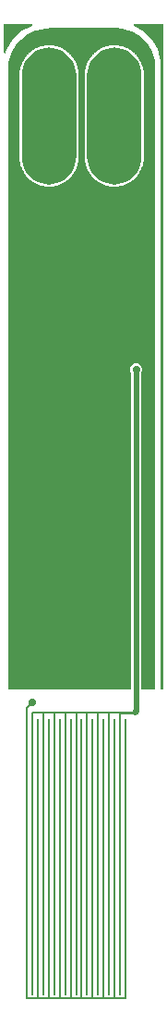
<source format=gbr>
G04 EAGLE Gerber RS-274X export*
G75*
%MOMM*%
%FSLAX34Y34*%
%LPD*%
%INBottom Copper*%
%IPPOS*%
%AMOC8*
5,1,8,0,0,1.08239X$1,22.5*%
G01*
%ADD10C,0.203200*%
%ADD11C,0.711200*%
%ADD12C,0.254000*%
%ADD13C,0.508000*%

G36*
X114684Y287255D02*
X114684Y287255D01*
X114709Y287252D01*
X114804Y287275D01*
X114901Y287290D01*
X114922Y287302D01*
X114946Y287308D01*
X115030Y287359D01*
X115116Y287405D01*
X115133Y287423D01*
X115154Y287436D01*
X115216Y287512D01*
X115283Y287584D01*
X115293Y287606D01*
X115309Y287625D01*
X115343Y287716D01*
X115384Y287806D01*
X115386Y287830D01*
X115395Y287853D01*
X115409Y288000D01*
X115409Y576351D01*
X115393Y576448D01*
X115384Y576544D01*
X115374Y576567D01*
X115370Y576592D01*
X115324Y576678D01*
X115283Y576767D01*
X115262Y576792D01*
X115255Y576807D01*
X115253Y576808D01*
X114393Y578885D01*
X114393Y581115D01*
X115247Y583176D01*
X116824Y584753D01*
X118885Y585607D01*
X121115Y585607D01*
X123176Y584753D01*
X124753Y583176D01*
X125607Y581115D01*
X125607Y578885D01*
X124734Y576779D01*
X124691Y576726D01*
X124683Y576703D01*
X124668Y576683D01*
X124640Y576589D01*
X124605Y576498D01*
X124602Y576465D01*
X124597Y576449D01*
X124598Y576424D01*
X124591Y576351D01*
X124591Y288000D01*
X124595Y287976D01*
X124592Y287951D01*
X124614Y287856D01*
X124630Y287759D01*
X124642Y287738D01*
X124648Y287714D01*
X124699Y287630D01*
X124745Y287544D01*
X124763Y287527D01*
X124776Y287506D01*
X124852Y287444D01*
X124923Y287377D01*
X124946Y287367D01*
X124965Y287352D01*
X125056Y287317D01*
X125146Y287276D01*
X125170Y287274D01*
X125193Y287265D01*
X125340Y287251D01*
X136710Y287251D01*
X136734Y287255D01*
X136759Y287252D01*
X136854Y287275D01*
X136951Y287290D01*
X136972Y287302D01*
X136996Y287308D01*
X137080Y287359D01*
X137166Y287405D01*
X137183Y287423D01*
X137204Y287436D01*
X137266Y287512D01*
X137333Y287584D01*
X137343Y287606D01*
X137359Y287625D01*
X137393Y287716D01*
X137434Y287806D01*
X137436Y287830D01*
X137445Y287853D01*
X137459Y288000D01*
X137459Y858000D01*
X137457Y858016D01*
X137458Y858049D01*
X137165Y862514D01*
X137165Y862516D01*
X137141Y862659D01*
X134830Y871286D01*
X134820Y871308D01*
X134816Y871332D01*
X134755Y871466D01*
X130290Y879200D01*
X130274Y879219D01*
X130264Y879241D01*
X130170Y879356D01*
X123856Y885670D01*
X123836Y885685D01*
X123820Y885703D01*
X123700Y885790D01*
X115966Y890255D01*
X115943Y890263D01*
X115924Y890278D01*
X115786Y890330D01*
X107159Y892641D01*
X107158Y892641D01*
X107014Y892665D01*
X102549Y892958D01*
X102533Y892956D01*
X102500Y892959D01*
X43775Y892959D01*
X43695Y892946D01*
X43615Y892942D01*
X43576Y892926D01*
X43534Y892920D01*
X43515Y892910D01*
X42459Y892958D01*
X42447Y892957D01*
X42424Y892959D01*
X42167Y892959D01*
X42162Y892958D01*
X42153Y892959D01*
X37445Y892868D01*
X37444Y892868D01*
X37300Y892851D01*
X27768Y890763D01*
X27745Y890754D01*
X27721Y890751D01*
X27584Y890696D01*
X18918Y886212D01*
X18898Y886198D01*
X18876Y886189D01*
X18757Y886100D01*
X11547Y879526D01*
X11532Y879507D01*
X11512Y879493D01*
X11421Y879377D01*
X6157Y871160D01*
X6148Y871138D01*
X6133Y871119D01*
X6074Y870983D01*
X3117Y861684D01*
X3117Y861683D01*
X3086Y861541D01*
X2545Y856713D01*
X2547Y856689D01*
X2541Y856629D01*
X2541Y288000D01*
X2545Y287976D01*
X2542Y287951D01*
X2564Y287856D01*
X2580Y287759D01*
X2592Y287738D01*
X2598Y287714D01*
X2649Y287630D01*
X2695Y287544D01*
X2713Y287527D01*
X2726Y287506D01*
X2802Y287444D01*
X2873Y287377D01*
X2896Y287367D01*
X2915Y287352D01*
X3006Y287317D01*
X3096Y287276D01*
X3120Y287274D01*
X3143Y287265D01*
X3290Y287251D01*
X114660Y287251D01*
X114684Y287255D01*
G37*
%LPC*%
G36*
X40054Y747740D02*
X40054Y747740D01*
X40029Y747738D01*
X39947Y747740D01*
X39292Y747693D01*
X39291Y747694D01*
X39220Y747727D01*
X39153Y747768D01*
X39110Y747777D01*
X39070Y747796D01*
X38924Y747821D01*
X37225Y747942D01*
X37181Y747938D01*
X37137Y747944D01*
X37060Y747927D01*
X36982Y747920D01*
X36942Y747902D01*
X36898Y747893D01*
X36849Y747867D01*
X36202Y748008D01*
X36178Y748009D01*
X36096Y748023D01*
X35441Y748070D01*
X35441Y748071D01*
X35375Y748113D01*
X35315Y748163D01*
X35273Y748179D01*
X35236Y748203D01*
X35096Y748249D01*
X33431Y748611D01*
X33387Y748613D01*
X33344Y748624D01*
X33266Y748619D01*
X33188Y748623D01*
X33145Y748611D01*
X33101Y748608D01*
X33048Y748590D01*
X32428Y748821D01*
X32404Y748826D01*
X32325Y748851D01*
X31684Y748991D01*
X31683Y748991D01*
X31624Y749043D01*
X31572Y749101D01*
X31533Y749123D01*
X31499Y749152D01*
X31367Y749217D01*
X29771Y749812D01*
X29728Y749821D01*
X29687Y749838D01*
X29608Y749844D01*
X29532Y749859D01*
X29488Y749853D01*
X29443Y749856D01*
X29389Y749846D01*
X28807Y750163D01*
X28784Y750171D01*
X28710Y750208D01*
X28095Y750437D01*
X28095Y750438D01*
X28044Y750497D01*
X28000Y750562D01*
X27965Y750589D01*
X27936Y750623D01*
X27814Y750706D01*
X26319Y751522D01*
X26277Y751537D01*
X26239Y751560D01*
X26163Y751577D01*
X26089Y751603D01*
X26044Y751603D01*
X26001Y751613D01*
X25945Y751610D01*
X25415Y752007D01*
X25394Y752018D01*
X25325Y752065D01*
X24749Y752379D01*
X24749Y752380D01*
X24707Y752446D01*
X24673Y752516D01*
X24642Y752548D01*
X24618Y752586D01*
X24509Y752685D01*
X23146Y753706D01*
X23106Y753727D01*
X23072Y753755D01*
X22999Y753782D01*
X22929Y753819D01*
X22885Y753825D01*
X22844Y753841D01*
X22788Y753846D01*
X22320Y754315D01*
X22300Y754329D01*
X22239Y754385D01*
X21714Y754778D01*
X21714Y754779D01*
X21681Y754850D01*
X21658Y754925D01*
X21631Y754960D01*
X21613Y755001D01*
X21519Y755115D01*
X20315Y756319D01*
X20279Y756345D01*
X20249Y756378D01*
X20181Y756416D01*
X20117Y756462D01*
X20074Y756475D01*
X20035Y756496D01*
X19981Y756509D01*
X19585Y757039D01*
X19567Y757056D01*
X19515Y757120D01*
X19050Y757584D01*
X19050Y757585D01*
X19029Y757660D01*
X19016Y757737D01*
X18995Y757776D01*
X18983Y757819D01*
X18906Y757946D01*
X17885Y759309D01*
X17853Y759340D01*
X17828Y759376D01*
X17766Y759424D01*
X17709Y759478D01*
X17669Y759497D01*
X17634Y759523D01*
X17582Y759544D01*
X17265Y760125D01*
X17250Y760145D01*
X17207Y760215D01*
X16813Y760741D01*
X16814Y760741D01*
X16803Y760819D01*
X16803Y760822D01*
X16803Y760825D01*
X16803Y760827D01*
X16801Y760897D01*
X16786Y760939D01*
X16780Y760983D01*
X16750Y761053D01*
X16748Y761063D01*
X16742Y761073D01*
X16722Y761119D01*
X15906Y762614D01*
X15879Y762649D01*
X15859Y762689D01*
X15804Y762745D01*
X15756Y762806D01*
X15718Y762831D01*
X15687Y762862D01*
X15639Y762890D01*
X15408Y763510D01*
X15396Y763531D01*
X15363Y763607D01*
X15049Y764184D01*
X15049Y764263D01*
X15059Y764340D01*
X15050Y764384D01*
X15050Y764428D01*
X15012Y764571D01*
X14417Y766167D01*
X14395Y766205D01*
X14381Y766248D01*
X14334Y766311D01*
X14296Y766379D01*
X14262Y766408D01*
X14236Y766444D01*
X14192Y766478D01*
X14051Y767125D01*
X14042Y767148D01*
X14021Y767228D01*
X13792Y767843D01*
X13804Y767921D01*
X13824Y767996D01*
X13821Y768041D01*
X13828Y768085D01*
X13811Y768231D01*
X13449Y769896D01*
X13432Y769937D01*
X13425Y769981D01*
X13388Y770050D01*
X13359Y770122D01*
X13330Y770156D01*
X13309Y770195D01*
X13270Y770236D01*
X13223Y770896D01*
X13218Y770920D01*
X13208Y771002D01*
X13068Y771643D01*
X13069Y771644D01*
X13091Y771719D01*
X13122Y771791D01*
X13126Y771835D01*
X13138Y771878D01*
X13142Y772025D01*
X13029Y773612D01*
X13012Y773681D01*
X13006Y773752D01*
X12984Y773799D01*
X12972Y773849D01*
X12949Y773886D01*
X12949Y774700D01*
X12946Y774718D01*
X12947Y774754D01*
X12890Y775555D01*
X12894Y775562D01*
X12910Y775631D01*
X12935Y775697D01*
X12942Y775775D01*
X12948Y775800D01*
X12946Y775815D01*
X12949Y775844D01*
X12949Y849156D01*
X12938Y849226D01*
X12936Y849297D01*
X12918Y849345D01*
X12910Y849396D01*
X12889Y849434D01*
X12947Y850246D01*
X12946Y850264D01*
X12949Y850300D01*
X12949Y851104D01*
X12954Y851110D01*
X12974Y851178D01*
X13004Y851242D01*
X13017Y851319D01*
X13024Y851343D01*
X13024Y851359D01*
X13029Y851388D01*
X13142Y852975D01*
X13138Y853019D01*
X13144Y853063D01*
X13127Y853140D01*
X13120Y853218D01*
X13102Y853258D01*
X13093Y853302D01*
X13067Y853351D01*
X13208Y853998D01*
X13209Y854022D01*
X13223Y854104D01*
X13270Y854759D01*
X13271Y854759D01*
X13313Y854825D01*
X13363Y854885D01*
X13379Y854927D01*
X13403Y854964D01*
X13449Y855104D01*
X13811Y856769D01*
X13813Y856813D01*
X13824Y856856D01*
X13819Y856934D01*
X13823Y857012D01*
X13811Y857055D01*
X13808Y857099D01*
X13790Y857152D01*
X14021Y857772D01*
X14026Y857796D01*
X14051Y857875D01*
X14191Y858516D01*
X14191Y858517D01*
X14243Y858576D01*
X14301Y858628D01*
X14323Y858667D01*
X14352Y858701D01*
X14417Y858833D01*
X15012Y860429D01*
X15021Y860472D01*
X15038Y860513D01*
X15044Y860592D01*
X15059Y860668D01*
X15053Y860712D01*
X15056Y860757D01*
X15046Y860811D01*
X15363Y861393D01*
X15371Y861416D01*
X15408Y861490D01*
X15637Y862105D01*
X15638Y862105D01*
X15697Y862156D01*
X15762Y862200D01*
X15789Y862235D01*
X15823Y862264D01*
X15906Y862386D01*
X16722Y863881D01*
X16737Y863923D01*
X16760Y863961D01*
X16777Y864037D01*
X16803Y864111D01*
X16803Y864156D01*
X16813Y864199D01*
X16810Y864255D01*
X17207Y864785D01*
X17218Y864806D01*
X17265Y864875D01*
X17579Y865451D01*
X17580Y865451D01*
X17646Y865493D01*
X17716Y865527D01*
X17748Y865558D01*
X17786Y865582D01*
X17885Y865691D01*
X18906Y867054D01*
X18927Y867094D01*
X18955Y867128D01*
X18982Y867201D01*
X19019Y867271D01*
X19025Y867315D01*
X19041Y867356D01*
X19046Y867412D01*
X19515Y867880D01*
X19529Y867900D01*
X19585Y867961D01*
X19978Y868486D01*
X19979Y868486D01*
X20050Y868519D01*
X20125Y868542D01*
X20160Y868569D01*
X20201Y868587D01*
X20315Y868681D01*
X21519Y869885D01*
X21545Y869921D01*
X21578Y869951D01*
X21616Y870019D01*
X21662Y870083D01*
X21675Y870126D01*
X21696Y870165D01*
X21709Y870219D01*
X22239Y870615D01*
X22256Y870633D01*
X22320Y870685D01*
X22784Y871150D01*
X22785Y871150D01*
X22860Y871171D01*
X22937Y871184D01*
X22976Y871205D01*
X23019Y871217D01*
X23146Y871294D01*
X24509Y872315D01*
X24540Y872347D01*
X24576Y872372D01*
X24624Y872434D01*
X24678Y872491D01*
X24697Y872531D01*
X24723Y872566D01*
X24744Y872618D01*
X25325Y872935D01*
X25345Y872950D01*
X25415Y872993D01*
X25941Y873387D01*
X25941Y873386D01*
X26019Y873397D01*
X26097Y873399D01*
X26139Y873414D01*
X26183Y873420D01*
X26319Y873478D01*
X27814Y874294D01*
X27849Y874321D01*
X27889Y874341D01*
X27945Y874396D01*
X28006Y874444D01*
X28031Y874482D01*
X28062Y874513D01*
X28090Y874561D01*
X28710Y874792D01*
X28731Y874804D01*
X28807Y874837D01*
X29384Y875151D01*
X29463Y875151D01*
X29540Y875141D01*
X29584Y875150D01*
X29628Y875150D01*
X29771Y875188D01*
X31367Y875783D01*
X31405Y875805D01*
X31448Y875819D01*
X31511Y875866D01*
X31579Y875904D01*
X31608Y875938D01*
X31644Y875964D01*
X31678Y876008D01*
X32325Y876149D01*
X32348Y876158D01*
X32428Y876179D01*
X33043Y876408D01*
X33121Y876396D01*
X33196Y876376D01*
X33241Y876379D01*
X33285Y876372D01*
X33431Y876389D01*
X35096Y876751D01*
X35137Y876768D01*
X35181Y876775D01*
X35250Y876812D01*
X35322Y876841D01*
X35356Y876870D01*
X35395Y876891D01*
X35436Y876930D01*
X36096Y876977D01*
X36120Y876982D01*
X36202Y876992D01*
X36843Y877132D01*
X36844Y877131D01*
X36919Y877109D01*
X36991Y877078D01*
X37035Y877074D01*
X37078Y877062D01*
X37225Y877058D01*
X38924Y877179D01*
X38967Y877189D01*
X39012Y877191D01*
X39085Y877218D01*
X39161Y877236D01*
X39199Y877260D01*
X39241Y877275D01*
X39286Y877307D01*
X39947Y877260D01*
X39971Y877262D01*
X40053Y877260D01*
X40708Y877307D01*
X40709Y877306D01*
X40780Y877273D01*
X40847Y877232D01*
X40890Y877223D01*
X40930Y877204D01*
X41076Y877179D01*
X42775Y877058D01*
X42819Y877062D01*
X42863Y877056D01*
X42940Y877073D01*
X43018Y877080D01*
X43058Y877098D01*
X43102Y877107D01*
X43151Y877133D01*
X43798Y876992D01*
X43822Y876991D01*
X43904Y876977D01*
X44559Y876930D01*
X44559Y876929D01*
X44625Y876887D01*
X44685Y876837D01*
X44727Y876821D01*
X44764Y876797D01*
X44904Y876751D01*
X46569Y876389D01*
X46613Y876387D01*
X46656Y876376D01*
X46734Y876381D01*
X46812Y876377D01*
X46855Y876389D01*
X46899Y876392D01*
X46952Y876410D01*
X47572Y876179D01*
X47596Y876174D01*
X47675Y876149D01*
X48317Y876009D01*
X48376Y875957D01*
X48428Y875899D01*
X48467Y875877D01*
X48501Y875848D01*
X48633Y875783D01*
X50229Y875188D01*
X50272Y875179D01*
X50313Y875162D01*
X50392Y875156D01*
X50468Y875141D01*
X50512Y875147D01*
X50557Y875144D01*
X50611Y875154D01*
X51193Y874837D01*
X51216Y874829D01*
X51290Y874792D01*
X51905Y874563D01*
X51905Y874562D01*
X51956Y874503D01*
X52000Y874438D01*
X52035Y874411D01*
X52064Y874377D01*
X52186Y874294D01*
X53681Y873478D01*
X53723Y873463D01*
X53761Y873440D01*
X53837Y873423D01*
X53911Y873397D01*
X53956Y873397D01*
X53999Y873387D01*
X54055Y873390D01*
X54585Y872993D01*
X54606Y872982D01*
X54675Y872935D01*
X55251Y872621D01*
X55251Y872620D01*
X55293Y872554D01*
X55327Y872484D01*
X55358Y872452D01*
X55382Y872414D01*
X55491Y872315D01*
X56854Y871294D01*
X56894Y871273D01*
X56928Y871245D01*
X57001Y871218D01*
X57071Y871181D01*
X57115Y871175D01*
X57156Y871159D01*
X57212Y871154D01*
X57680Y870685D01*
X57700Y870671D01*
X57761Y870615D01*
X58286Y870222D01*
X58286Y870221D01*
X58319Y870150D01*
X58342Y870075D01*
X58369Y870040D01*
X58387Y869999D01*
X58481Y869885D01*
X59685Y868681D01*
X59721Y868655D01*
X59751Y868622D01*
X59819Y868584D01*
X59883Y868538D01*
X59926Y868526D01*
X59965Y868504D01*
X60019Y868491D01*
X60415Y867961D01*
X60433Y867944D01*
X60485Y867880D01*
X60950Y867416D01*
X60950Y867415D01*
X60971Y867340D01*
X60984Y867263D01*
X61005Y867224D01*
X61017Y867181D01*
X61094Y867054D01*
X62115Y865691D01*
X62147Y865660D01*
X62172Y865624D01*
X62234Y865576D01*
X62291Y865522D01*
X62331Y865503D01*
X62366Y865477D01*
X62418Y865456D01*
X62735Y864875D01*
X62750Y864855D01*
X62793Y864785D01*
X63187Y864259D01*
X63186Y864259D01*
X63197Y864181D01*
X63199Y864103D01*
X63214Y864061D01*
X63220Y864017D01*
X63278Y863881D01*
X64094Y862386D01*
X64121Y862351D01*
X64141Y862311D01*
X64196Y862255D01*
X64244Y862194D01*
X64282Y862169D01*
X64313Y862138D01*
X64361Y862110D01*
X64592Y861490D01*
X64604Y861469D01*
X64637Y861393D01*
X64951Y860816D01*
X64951Y860737D01*
X64941Y860660D01*
X64950Y860616D01*
X64950Y860572D01*
X64988Y860429D01*
X65583Y858833D01*
X65605Y858795D01*
X65619Y858752D01*
X65665Y858690D01*
X65704Y858621D01*
X65738Y858592D01*
X65764Y858556D01*
X65808Y858522D01*
X65949Y857875D01*
X65958Y857852D01*
X65979Y857772D01*
X66208Y857157D01*
X66196Y857079D01*
X66176Y857004D01*
X66179Y856959D01*
X66172Y856915D01*
X66189Y856769D01*
X66551Y855104D01*
X66568Y855063D01*
X66575Y855019D01*
X66612Y854950D01*
X66641Y854878D01*
X66670Y854844D01*
X66691Y854805D01*
X66730Y854764D01*
X66777Y854104D01*
X66782Y854080D01*
X66792Y853998D01*
X66932Y853357D01*
X66931Y853356D01*
X66909Y853281D01*
X66878Y853209D01*
X66874Y853165D01*
X66862Y853122D01*
X66858Y852975D01*
X66971Y851388D01*
X66988Y851319D01*
X66994Y851248D01*
X67016Y851201D01*
X67028Y851151D01*
X67051Y851114D01*
X67051Y850300D01*
X67054Y850282D01*
X67053Y850246D01*
X67110Y849445D01*
X67106Y849438D01*
X67090Y849369D01*
X67065Y849303D01*
X67058Y849225D01*
X67052Y849200D01*
X67054Y849185D01*
X67051Y849156D01*
X67051Y775844D01*
X67062Y775774D01*
X67064Y775703D01*
X67082Y775655D01*
X67090Y775604D01*
X67111Y775566D01*
X67053Y774754D01*
X67054Y774736D01*
X67051Y774700D01*
X67051Y773896D01*
X67046Y773890D01*
X67026Y773822D01*
X66996Y773758D01*
X66983Y773681D01*
X66976Y773657D01*
X66976Y773641D01*
X66971Y773612D01*
X66858Y772025D01*
X66862Y771981D01*
X66856Y771937D01*
X66873Y771860D01*
X66880Y771782D01*
X66898Y771742D01*
X66907Y771698D01*
X66933Y771649D01*
X66792Y771002D01*
X66791Y770978D01*
X66777Y770896D01*
X66730Y770241D01*
X66687Y770175D01*
X66637Y770115D01*
X66621Y770073D01*
X66597Y770036D01*
X66551Y769896D01*
X66189Y768231D01*
X66187Y768187D01*
X66176Y768144D01*
X66181Y768066D01*
X66177Y767988D01*
X66189Y767945D01*
X66192Y767901D01*
X66210Y767848D01*
X65979Y767228D01*
X65974Y767204D01*
X65949Y767125D01*
X65809Y766483D01*
X65757Y766424D01*
X65699Y766372D01*
X65677Y766333D01*
X65648Y766299D01*
X65583Y766167D01*
X64988Y764571D01*
X64979Y764528D01*
X64962Y764487D01*
X64956Y764408D01*
X64941Y764332D01*
X64947Y764288D01*
X64944Y764243D01*
X64954Y764189D01*
X64637Y763607D01*
X64629Y763584D01*
X64592Y763510D01*
X64363Y762895D01*
X64362Y762895D01*
X64303Y762844D01*
X64238Y762800D01*
X64211Y762765D01*
X64177Y762736D01*
X64094Y762614D01*
X63278Y761119D01*
X63263Y761077D01*
X63240Y761039D01*
X63229Y760989D01*
X63221Y760971D01*
X63219Y760950D01*
X63197Y760889D01*
X63197Y760844D01*
X63187Y760801D01*
X63190Y760745D01*
X62793Y760215D01*
X62782Y760194D01*
X62735Y760125D01*
X62421Y759549D01*
X62420Y759549D01*
X62354Y759507D01*
X62284Y759473D01*
X62252Y759442D01*
X62214Y759418D01*
X62115Y759309D01*
X61094Y757946D01*
X61073Y757906D01*
X61045Y757872D01*
X61018Y757798D01*
X60981Y757729D01*
X60975Y757685D01*
X60959Y757644D01*
X60954Y757588D01*
X60485Y757120D01*
X60471Y757100D01*
X60415Y757039D01*
X60022Y756514D01*
X60021Y756514D01*
X59950Y756481D01*
X59875Y756458D01*
X59840Y756431D01*
X59799Y756413D01*
X59685Y756319D01*
X58481Y755115D01*
X58455Y755079D01*
X58422Y755049D01*
X58384Y754981D01*
X58338Y754917D01*
X58326Y754874D01*
X58304Y754835D01*
X58291Y754781D01*
X57761Y754385D01*
X57744Y754367D01*
X57680Y754315D01*
X57216Y753850D01*
X57215Y753850D01*
X57140Y753829D01*
X57063Y753816D01*
X57024Y753795D01*
X56981Y753783D01*
X56854Y753706D01*
X55491Y752685D01*
X55460Y752653D01*
X55424Y752628D01*
X55376Y752566D01*
X55322Y752509D01*
X55303Y752469D01*
X55277Y752434D01*
X55256Y752382D01*
X54675Y752065D01*
X54655Y752050D01*
X54585Y752007D01*
X54059Y751613D01*
X54059Y751614D01*
X53981Y751603D01*
X53903Y751601D01*
X53861Y751586D01*
X53817Y751580D01*
X53681Y751522D01*
X52186Y750706D01*
X52151Y750679D01*
X52111Y750659D01*
X52055Y750604D01*
X51994Y750556D01*
X51969Y750518D01*
X51938Y750487D01*
X51910Y750439D01*
X51290Y750208D01*
X51269Y750196D01*
X51193Y750163D01*
X50616Y749849D01*
X50537Y749849D01*
X50460Y749859D01*
X50416Y749850D01*
X50372Y749850D01*
X50229Y749812D01*
X48633Y749217D01*
X48595Y749195D01*
X48552Y749181D01*
X48490Y749135D01*
X48421Y749096D01*
X48392Y749062D01*
X48356Y749036D01*
X48322Y748992D01*
X47675Y748851D01*
X47652Y748842D01*
X47572Y748821D01*
X46957Y748592D01*
X46879Y748604D01*
X46804Y748624D01*
X46759Y748621D01*
X46715Y748628D01*
X46569Y748611D01*
X44904Y748249D01*
X44863Y748232D01*
X44819Y748225D01*
X44750Y748188D01*
X44678Y748159D01*
X44644Y748130D01*
X44605Y748109D01*
X44564Y748070D01*
X43904Y748023D01*
X43880Y748018D01*
X43798Y748008D01*
X43157Y747868D01*
X43156Y747869D01*
X43081Y747891D01*
X43009Y747922D01*
X42965Y747926D01*
X42922Y747938D01*
X42775Y747942D01*
X41076Y747821D01*
X41033Y747811D01*
X40988Y747809D01*
X40915Y747782D01*
X40839Y747764D01*
X40801Y747740D01*
X40759Y747725D01*
X40714Y747693D01*
X40054Y747740D01*
G37*
%LPD*%
%LPC*%
G36*
X100053Y747740D02*
X100053Y747740D01*
X100029Y747738D01*
X99947Y747740D01*
X99292Y747693D01*
X99291Y747694D01*
X99220Y747727D01*
X99153Y747768D01*
X99110Y747777D01*
X99070Y747796D01*
X98924Y747821D01*
X97225Y747942D01*
X97181Y747938D01*
X97137Y747944D01*
X97060Y747927D01*
X96982Y747920D01*
X96942Y747902D01*
X96898Y747893D01*
X96849Y747867D01*
X96202Y748008D01*
X96178Y748009D01*
X96096Y748023D01*
X95441Y748070D01*
X95441Y748071D01*
X95375Y748113D01*
X95315Y748163D01*
X95273Y748179D01*
X95236Y748203D01*
X95096Y748249D01*
X93431Y748611D01*
X93387Y748613D01*
X93344Y748624D01*
X93266Y748619D01*
X93188Y748623D01*
X93145Y748611D01*
X93101Y748608D01*
X93048Y748590D01*
X92428Y748821D01*
X92404Y748826D01*
X92325Y748851D01*
X91683Y748991D01*
X91624Y749043D01*
X91572Y749101D01*
X91533Y749123D01*
X91499Y749152D01*
X91367Y749217D01*
X89771Y749812D01*
X89728Y749821D01*
X89687Y749838D01*
X89608Y749844D01*
X89532Y749859D01*
X89488Y749853D01*
X89443Y749856D01*
X89389Y749846D01*
X88807Y750163D01*
X88784Y750171D01*
X88710Y750208D01*
X88095Y750437D01*
X88095Y750438D01*
X88044Y750497D01*
X88000Y750562D01*
X87965Y750589D01*
X87936Y750623D01*
X87814Y750706D01*
X86319Y751522D01*
X86277Y751537D01*
X86239Y751560D01*
X86163Y751577D01*
X86089Y751603D01*
X86044Y751603D01*
X86001Y751613D01*
X85945Y751610D01*
X85415Y752007D01*
X85394Y752018D01*
X85325Y752065D01*
X84749Y752379D01*
X84749Y752380D01*
X84707Y752446D01*
X84673Y752516D01*
X84642Y752548D01*
X84618Y752586D01*
X84509Y752685D01*
X83146Y753706D01*
X83106Y753727D01*
X83072Y753755D01*
X82999Y753782D01*
X82929Y753819D01*
X82885Y753825D01*
X82844Y753841D01*
X82788Y753846D01*
X82320Y754315D01*
X82300Y754329D01*
X82239Y754385D01*
X81714Y754778D01*
X81714Y754779D01*
X81681Y754850D01*
X81658Y754925D01*
X81631Y754960D01*
X81613Y755001D01*
X81519Y755115D01*
X80315Y756319D01*
X80279Y756345D01*
X80249Y756378D01*
X80181Y756416D01*
X80117Y756462D01*
X80074Y756474D01*
X80035Y756496D01*
X79981Y756509D01*
X79585Y757039D01*
X79567Y757056D01*
X79515Y757120D01*
X79050Y757584D01*
X79050Y757585D01*
X79029Y757660D01*
X79016Y757737D01*
X78995Y757776D01*
X78983Y757819D01*
X78906Y757946D01*
X77885Y759309D01*
X77853Y759340D01*
X77828Y759376D01*
X77766Y759424D01*
X77709Y759478D01*
X77669Y759497D01*
X77634Y759523D01*
X77582Y759544D01*
X77265Y760125D01*
X77250Y760145D01*
X77207Y760215D01*
X76813Y760741D01*
X76814Y760741D01*
X76803Y760819D01*
X76803Y760822D01*
X76803Y760825D01*
X76803Y760827D01*
X76801Y760897D01*
X76786Y760939D01*
X76780Y760983D01*
X76750Y761053D01*
X76748Y761063D01*
X76742Y761073D01*
X76722Y761119D01*
X75906Y762614D01*
X75879Y762649D01*
X75859Y762689D01*
X75804Y762745D01*
X75756Y762806D01*
X75718Y762831D01*
X75687Y762862D01*
X75639Y762890D01*
X75408Y763510D01*
X75396Y763531D01*
X75363Y763607D01*
X75049Y764184D01*
X75049Y764263D01*
X75059Y764340D01*
X75050Y764384D01*
X75050Y764428D01*
X75012Y764571D01*
X74417Y766167D01*
X74395Y766205D01*
X74381Y766248D01*
X74335Y766310D01*
X74296Y766379D01*
X74262Y766408D01*
X74236Y766444D01*
X74192Y766478D01*
X74051Y767125D01*
X74042Y767148D01*
X74021Y767228D01*
X73792Y767843D01*
X73804Y767921D01*
X73824Y767996D01*
X73821Y768041D01*
X73828Y768085D01*
X73811Y768231D01*
X73449Y769896D01*
X73432Y769937D01*
X73425Y769981D01*
X73388Y770050D01*
X73359Y770122D01*
X73330Y770156D01*
X73309Y770195D01*
X73270Y770236D01*
X73223Y770896D01*
X73218Y770920D01*
X73208Y771002D01*
X73068Y771643D01*
X73069Y771644D01*
X73091Y771719D01*
X73122Y771791D01*
X73126Y771835D01*
X73138Y771878D01*
X73142Y772025D01*
X73029Y773612D01*
X73012Y773681D01*
X73006Y773752D01*
X72984Y773799D01*
X72972Y773849D01*
X72949Y773886D01*
X72949Y774700D01*
X72946Y774718D01*
X72947Y774754D01*
X72890Y775555D01*
X72894Y775562D01*
X72910Y775631D01*
X72935Y775697D01*
X72942Y775775D01*
X72948Y775800D01*
X72946Y775815D01*
X72949Y775844D01*
X72949Y849156D01*
X72938Y849226D01*
X72936Y849297D01*
X72918Y849345D01*
X72910Y849396D01*
X72889Y849434D01*
X72947Y850246D01*
X72946Y850264D01*
X72949Y850300D01*
X72949Y851104D01*
X72954Y851110D01*
X72974Y851178D01*
X73004Y851242D01*
X73017Y851319D01*
X73024Y851343D01*
X73024Y851359D01*
X73029Y851388D01*
X73142Y852975D01*
X73138Y853019D01*
X73144Y853063D01*
X73127Y853140D01*
X73120Y853218D01*
X73102Y853258D01*
X73093Y853302D01*
X73067Y853351D01*
X73208Y853998D01*
X73209Y854022D01*
X73223Y854104D01*
X73270Y854759D01*
X73313Y854825D01*
X73363Y854885D01*
X73379Y854927D01*
X73403Y854964D01*
X73449Y855104D01*
X73811Y856769D01*
X73813Y856813D01*
X73824Y856856D01*
X73819Y856934D01*
X73823Y857012D01*
X73811Y857055D01*
X73808Y857099D01*
X73790Y857152D01*
X74021Y857772D01*
X74026Y857796D01*
X74051Y857875D01*
X74191Y858517D01*
X74243Y858576D01*
X74301Y858628D01*
X74323Y858667D01*
X74352Y858701D01*
X74417Y858833D01*
X75012Y860429D01*
X75021Y860472D01*
X75038Y860513D01*
X75044Y860592D01*
X75059Y860668D01*
X75053Y860712D01*
X75056Y860757D01*
X75046Y860811D01*
X75363Y861393D01*
X75371Y861416D01*
X75408Y861490D01*
X75637Y862105D01*
X75638Y862105D01*
X75697Y862156D01*
X75762Y862200D01*
X75789Y862235D01*
X75823Y862264D01*
X75906Y862386D01*
X76722Y863881D01*
X76737Y863923D01*
X76760Y863961D01*
X76777Y864037D01*
X76803Y864111D01*
X76803Y864156D01*
X76813Y864199D01*
X76810Y864255D01*
X77207Y864785D01*
X77218Y864806D01*
X77265Y864875D01*
X77579Y865451D01*
X77580Y865451D01*
X77646Y865493D01*
X77716Y865527D01*
X77748Y865558D01*
X77786Y865582D01*
X77885Y865691D01*
X78906Y867054D01*
X78927Y867094D01*
X78955Y867128D01*
X78982Y867201D01*
X79019Y867271D01*
X79025Y867315D01*
X79041Y867356D01*
X79046Y867412D01*
X79515Y867880D01*
X79529Y867900D01*
X79585Y867961D01*
X79978Y868486D01*
X79979Y868486D01*
X80050Y868519D01*
X80125Y868542D01*
X80160Y868569D01*
X80201Y868587D01*
X80315Y868681D01*
X81519Y869885D01*
X81545Y869921D01*
X81578Y869951D01*
X81616Y870019D01*
X81662Y870083D01*
X81674Y870126D01*
X81696Y870165D01*
X81709Y870219D01*
X82239Y870615D01*
X82256Y870633D01*
X82320Y870685D01*
X82784Y871150D01*
X82785Y871150D01*
X82860Y871171D01*
X82937Y871184D01*
X82976Y871205D01*
X83019Y871217D01*
X83146Y871294D01*
X84509Y872315D01*
X84540Y872347D01*
X84576Y872372D01*
X84624Y872434D01*
X84678Y872491D01*
X84697Y872531D01*
X84723Y872566D01*
X84744Y872618D01*
X85325Y872935D01*
X85345Y872950D01*
X85415Y872993D01*
X85941Y873387D01*
X85941Y873386D01*
X86019Y873397D01*
X86097Y873399D01*
X86139Y873414D01*
X86183Y873420D01*
X86319Y873478D01*
X87814Y874294D01*
X87849Y874321D01*
X87889Y874341D01*
X87945Y874396D01*
X88006Y874444D01*
X88031Y874482D01*
X88062Y874513D01*
X88090Y874561D01*
X88710Y874792D01*
X88731Y874804D01*
X88807Y874837D01*
X89384Y875151D01*
X89463Y875151D01*
X89540Y875141D01*
X89584Y875150D01*
X89628Y875150D01*
X89771Y875188D01*
X91367Y875783D01*
X91405Y875805D01*
X91448Y875819D01*
X91511Y875866D01*
X91579Y875904D01*
X91608Y875938D01*
X91644Y875964D01*
X91678Y876008D01*
X92325Y876149D01*
X92348Y876158D01*
X92428Y876179D01*
X93043Y876408D01*
X93121Y876396D01*
X93196Y876376D01*
X93241Y876379D01*
X93285Y876372D01*
X93431Y876389D01*
X95096Y876751D01*
X95137Y876768D01*
X95181Y876775D01*
X95250Y876812D01*
X95322Y876841D01*
X95356Y876870D01*
X95395Y876891D01*
X95436Y876930D01*
X96096Y876977D01*
X96120Y876982D01*
X96202Y876992D01*
X96843Y877132D01*
X96844Y877131D01*
X96919Y877109D01*
X96991Y877078D01*
X97035Y877074D01*
X97078Y877062D01*
X97225Y877058D01*
X98924Y877179D01*
X98967Y877189D01*
X99012Y877191D01*
X99085Y877218D01*
X99161Y877236D01*
X99199Y877259D01*
X99241Y877275D01*
X99286Y877307D01*
X99947Y877260D01*
X99971Y877262D01*
X100053Y877260D01*
X100708Y877307D01*
X100709Y877306D01*
X100780Y877273D01*
X100846Y877232D01*
X100890Y877223D01*
X100930Y877204D01*
X101076Y877179D01*
X102775Y877058D01*
X102819Y877062D01*
X102863Y877056D01*
X102940Y877073D01*
X103018Y877080D01*
X103058Y877098D01*
X103102Y877107D01*
X103151Y877133D01*
X103798Y876992D01*
X103822Y876991D01*
X103904Y876977D01*
X104559Y876930D01*
X104559Y876929D01*
X104625Y876887D01*
X104685Y876837D01*
X104727Y876821D01*
X104764Y876797D01*
X104904Y876751D01*
X106569Y876389D01*
X106613Y876387D01*
X106656Y876376D01*
X106734Y876381D01*
X106812Y876377D01*
X106855Y876389D01*
X106899Y876392D01*
X106952Y876410D01*
X107572Y876179D01*
X107596Y876174D01*
X107675Y876149D01*
X108316Y876009D01*
X108317Y876009D01*
X108376Y875957D01*
X108428Y875899D01*
X108467Y875877D01*
X108501Y875848D01*
X108633Y875783D01*
X110229Y875188D01*
X110272Y875179D01*
X110313Y875162D01*
X110392Y875156D01*
X110468Y875141D01*
X110512Y875147D01*
X110557Y875144D01*
X110611Y875154D01*
X111193Y874837D01*
X111216Y874829D01*
X111290Y874792D01*
X111905Y874563D01*
X111905Y874562D01*
X111956Y874503D01*
X112000Y874438D01*
X112035Y874411D01*
X112064Y874377D01*
X112186Y874294D01*
X113681Y873478D01*
X113723Y873463D01*
X113761Y873440D01*
X113837Y873423D01*
X113911Y873397D01*
X113956Y873397D01*
X113999Y873387D01*
X114055Y873390D01*
X114585Y872993D01*
X114606Y872982D01*
X114675Y872935D01*
X115251Y872621D01*
X115251Y872620D01*
X115293Y872554D01*
X115327Y872484D01*
X115358Y872452D01*
X115382Y872414D01*
X115491Y872315D01*
X116854Y871294D01*
X116894Y871273D01*
X116928Y871245D01*
X117001Y871218D01*
X117071Y871181D01*
X117115Y871175D01*
X117156Y871159D01*
X117212Y871154D01*
X117680Y870685D01*
X117700Y870671D01*
X117761Y870615D01*
X118286Y870222D01*
X118286Y870221D01*
X118319Y870150D01*
X118342Y870075D01*
X118369Y870040D01*
X118387Y869999D01*
X118481Y869885D01*
X119685Y868681D01*
X119721Y868655D01*
X119751Y868622D01*
X119819Y868584D01*
X119883Y868538D01*
X119926Y868525D01*
X119965Y868504D01*
X120019Y868491D01*
X120415Y867961D01*
X120433Y867944D01*
X120485Y867880D01*
X120950Y867416D01*
X120950Y867415D01*
X120971Y867340D01*
X120984Y867263D01*
X121005Y867224D01*
X121017Y867181D01*
X121094Y867054D01*
X122115Y865691D01*
X122147Y865660D01*
X122172Y865624D01*
X122234Y865576D01*
X122291Y865522D01*
X122331Y865503D01*
X122366Y865477D01*
X122418Y865456D01*
X122735Y864875D01*
X122750Y864855D01*
X122793Y864785D01*
X123187Y864259D01*
X123186Y864259D01*
X123197Y864181D01*
X123199Y864103D01*
X123214Y864061D01*
X123220Y864017D01*
X123278Y863881D01*
X124094Y862386D01*
X124121Y862351D01*
X124141Y862311D01*
X124196Y862255D01*
X124244Y862194D01*
X124282Y862169D01*
X124313Y862138D01*
X124361Y862110D01*
X124592Y861490D01*
X124604Y861469D01*
X124637Y861393D01*
X124951Y860816D01*
X124951Y860737D01*
X124941Y860660D01*
X124950Y860616D01*
X124950Y860572D01*
X124988Y860429D01*
X125583Y858833D01*
X125605Y858795D01*
X125619Y858752D01*
X125666Y858689D01*
X125704Y858621D01*
X125738Y858592D01*
X125764Y858556D01*
X125808Y858522D01*
X125949Y857875D01*
X125958Y857852D01*
X125979Y857772D01*
X126208Y857157D01*
X126196Y857079D01*
X126176Y857004D01*
X126179Y856959D01*
X126172Y856915D01*
X126189Y856769D01*
X126551Y855104D01*
X126568Y855063D01*
X126575Y855019D01*
X126612Y854950D01*
X126641Y854878D01*
X126670Y854844D01*
X126691Y854805D01*
X126730Y854764D01*
X126777Y854104D01*
X126782Y854080D01*
X126792Y853998D01*
X126932Y853357D01*
X126931Y853356D01*
X126909Y853281D01*
X126878Y853209D01*
X126874Y853165D01*
X126862Y853122D01*
X126858Y852975D01*
X126971Y851388D01*
X126988Y851319D01*
X126994Y851248D01*
X127016Y851201D01*
X127028Y851151D01*
X127051Y851114D01*
X127051Y850300D01*
X127054Y850282D01*
X127053Y850246D01*
X127110Y849445D01*
X127106Y849438D01*
X127090Y849369D01*
X127065Y849303D01*
X127058Y849225D01*
X127052Y849200D01*
X127054Y849185D01*
X127051Y849156D01*
X127051Y775844D01*
X127062Y775774D01*
X127064Y775703D01*
X127082Y775655D01*
X127090Y775604D01*
X127111Y775566D01*
X127053Y774754D01*
X127054Y774736D01*
X127051Y774700D01*
X127051Y773896D01*
X127046Y773890D01*
X127026Y773822D01*
X126996Y773758D01*
X126983Y773681D01*
X126976Y773657D01*
X126976Y773641D01*
X126971Y773612D01*
X126858Y772025D01*
X126862Y771981D01*
X126856Y771937D01*
X126873Y771860D01*
X126880Y771782D01*
X126898Y771742D01*
X126907Y771698D01*
X126933Y771649D01*
X126792Y771002D01*
X126791Y770978D01*
X126777Y770896D01*
X126730Y770241D01*
X126729Y770241D01*
X126687Y770175D01*
X126637Y770115D01*
X126621Y770073D01*
X126597Y770036D01*
X126551Y769896D01*
X126189Y768231D01*
X126187Y768187D01*
X126176Y768144D01*
X126181Y768066D01*
X126177Y767988D01*
X126189Y767945D01*
X126192Y767901D01*
X126210Y767848D01*
X125979Y767228D01*
X125974Y767204D01*
X125949Y767125D01*
X125809Y766484D01*
X125809Y766483D01*
X125757Y766424D01*
X125699Y766372D01*
X125677Y766333D01*
X125648Y766299D01*
X125583Y766167D01*
X124988Y764571D01*
X124979Y764528D01*
X124962Y764487D01*
X124956Y764408D01*
X124941Y764332D01*
X124947Y764288D01*
X124944Y764243D01*
X124954Y764189D01*
X124637Y763607D01*
X124629Y763584D01*
X124592Y763510D01*
X124363Y762895D01*
X124362Y762895D01*
X124303Y762844D01*
X124238Y762800D01*
X124211Y762765D01*
X124177Y762736D01*
X124094Y762614D01*
X123278Y761119D01*
X123263Y761077D01*
X123240Y761039D01*
X123229Y760989D01*
X123221Y760971D01*
X123219Y760950D01*
X123197Y760889D01*
X123197Y760844D01*
X123187Y760801D01*
X123190Y760745D01*
X122793Y760215D01*
X122782Y760194D01*
X122735Y760125D01*
X122421Y759549D01*
X122420Y759549D01*
X122354Y759507D01*
X122284Y759473D01*
X122252Y759442D01*
X122214Y759418D01*
X122115Y759309D01*
X121094Y757946D01*
X121073Y757906D01*
X121045Y757872D01*
X121018Y757798D01*
X120981Y757729D01*
X120975Y757685D01*
X120959Y757644D01*
X120954Y757588D01*
X120485Y757120D01*
X120471Y757100D01*
X120415Y757039D01*
X120022Y756514D01*
X120021Y756514D01*
X119950Y756481D01*
X119875Y756458D01*
X119840Y756431D01*
X119799Y756413D01*
X119685Y756319D01*
X118481Y755115D01*
X118455Y755079D01*
X118422Y755049D01*
X118384Y754981D01*
X118338Y754917D01*
X118325Y754874D01*
X118304Y754835D01*
X118291Y754781D01*
X117761Y754385D01*
X117744Y754367D01*
X117680Y754315D01*
X117216Y753850D01*
X117215Y753850D01*
X117140Y753829D01*
X117063Y753816D01*
X117024Y753795D01*
X116981Y753783D01*
X116854Y753706D01*
X115491Y752685D01*
X115460Y752653D01*
X115424Y752628D01*
X115376Y752566D01*
X115322Y752509D01*
X115303Y752469D01*
X115277Y752434D01*
X115256Y752382D01*
X114675Y752065D01*
X114655Y752050D01*
X114585Y752007D01*
X114059Y751613D01*
X114059Y751614D01*
X113981Y751603D01*
X113903Y751601D01*
X113861Y751586D01*
X113817Y751580D01*
X113681Y751522D01*
X112186Y750706D01*
X112151Y750679D01*
X112111Y750659D01*
X112055Y750604D01*
X111994Y750556D01*
X111969Y750518D01*
X111938Y750487D01*
X111910Y750439D01*
X111290Y750208D01*
X111269Y750196D01*
X111193Y750163D01*
X110616Y749849D01*
X110537Y749849D01*
X110460Y749859D01*
X110416Y749850D01*
X110372Y749850D01*
X110229Y749812D01*
X108633Y749217D01*
X108595Y749195D01*
X108552Y749181D01*
X108489Y749134D01*
X108421Y749096D01*
X108392Y749062D01*
X108356Y749036D01*
X108322Y748992D01*
X107675Y748851D01*
X107652Y748842D01*
X107572Y748821D01*
X106957Y748592D01*
X106879Y748604D01*
X106804Y748624D01*
X106759Y748621D01*
X106715Y748628D01*
X106569Y748611D01*
X104904Y748249D01*
X104863Y748232D01*
X104819Y748225D01*
X104750Y748188D01*
X104678Y748159D01*
X104644Y748130D01*
X104605Y748109D01*
X104564Y748070D01*
X103904Y748023D01*
X103880Y748018D01*
X103798Y748008D01*
X103157Y747868D01*
X103156Y747869D01*
X103081Y747891D01*
X103009Y747922D01*
X102965Y747926D01*
X102922Y747938D01*
X102775Y747942D01*
X101076Y747821D01*
X101033Y747811D01*
X100988Y747809D01*
X100915Y747782D01*
X100839Y747764D01*
X100801Y747740D01*
X100759Y747725D01*
X100714Y747693D01*
X100053Y747740D01*
G37*
%LPD*%
G36*
X103558Y750050D02*
X103558Y750050D01*
X103559Y750050D01*
X107044Y750808D01*
X107045Y750808D01*
X110387Y752055D01*
X110388Y752055D01*
X113518Y753764D01*
X113519Y753765D01*
X116375Y755902D01*
X116375Y755903D01*
X118897Y758425D01*
X118898Y758425D01*
X121035Y761281D01*
X121035Y761282D01*
X121036Y761282D01*
X122745Y764412D01*
X122745Y764413D01*
X123992Y767755D01*
X123992Y767756D01*
X124750Y771241D01*
X124750Y771242D01*
X124751Y771242D01*
X124753Y771274D01*
X124754Y771289D01*
X124756Y771314D01*
X124757Y771329D01*
X124760Y771369D01*
X124762Y771408D01*
X124765Y771448D01*
X124768Y771488D01*
X124771Y771528D01*
X124772Y771543D01*
X124775Y771582D01*
X124778Y771622D01*
X124781Y771662D01*
X124783Y771702D01*
X124786Y771741D01*
X124787Y771756D01*
X124790Y771796D01*
X124793Y771836D01*
X124796Y771875D01*
X124796Y771876D01*
X124799Y771915D01*
X124802Y771955D01*
X124803Y771970D01*
X124805Y772010D01*
X124808Y772049D01*
X124811Y772089D01*
X124814Y772129D01*
X124817Y772169D01*
X124818Y772184D01*
X124821Y772223D01*
X124824Y772263D01*
X124826Y772303D01*
X124829Y772343D01*
X124832Y772382D01*
X124833Y772397D01*
X124836Y772437D01*
X124839Y772477D01*
X124842Y772516D01*
X124842Y772517D01*
X124845Y772556D01*
X124847Y772596D01*
X124848Y772611D01*
X124851Y772651D01*
X124854Y772690D01*
X124857Y772730D01*
X124860Y772770D01*
X124863Y772810D01*
X124864Y772825D01*
X124867Y772864D01*
X124869Y772904D01*
X124872Y772944D01*
X124875Y772984D01*
X124878Y773023D01*
X124879Y773038D01*
X124882Y773078D01*
X124885Y773118D01*
X124888Y773157D01*
X124890Y773197D01*
X124893Y773237D01*
X124894Y773252D01*
X124897Y773292D01*
X124900Y773331D01*
X124903Y773371D01*
X124906Y773411D01*
X124908Y773451D01*
X124909Y773451D01*
X124908Y773451D01*
X124910Y773466D01*
X124912Y773505D01*
X124915Y773545D01*
X124918Y773585D01*
X124921Y773624D01*
X124921Y773625D01*
X124924Y773664D01*
X124925Y773679D01*
X124928Y773719D01*
X124931Y773759D01*
X124933Y773798D01*
X124936Y773838D01*
X124939Y773878D01*
X124940Y773893D01*
X124943Y773933D01*
X124946Y773972D01*
X124949Y774012D01*
X124951Y774052D01*
X124952Y774052D01*
X124951Y774052D01*
X124954Y774092D01*
X124955Y774106D01*
X124955Y774107D01*
X124958Y774146D01*
X124961Y774186D01*
X124964Y774226D01*
X124967Y774265D01*
X124967Y774266D01*
X124970Y774305D01*
X124971Y774320D01*
X124974Y774360D01*
X124976Y774400D01*
X124979Y774439D01*
X124982Y774479D01*
X124985Y774519D01*
X124986Y774534D01*
X124989Y774574D01*
X124992Y774613D01*
X124994Y774653D01*
X124995Y774653D01*
X124994Y774653D01*
X124997Y774693D01*
X125000Y774733D01*
X125001Y774747D01*
X125004Y774787D01*
X125005Y774800D01*
X125005Y850200D01*
X124751Y853758D01*
X124750Y853759D01*
X123992Y857244D01*
X123992Y857245D01*
X122745Y860587D01*
X122745Y860588D01*
X121036Y863718D01*
X121035Y863719D01*
X118898Y866575D01*
X118897Y866575D01*
X116375Y869097D01*
X116375Y869098D01*
X113519Y871235D01*
X113518Y871236D01*
X110388Y872945D01*
X110387Y872945D01*
X107045Y874192D01*
X107044Y874192D01*
X103559Y874950D01*
X103558Y874950D01*
X103558Y874951D01*
X103525Y874953D01*
X103456Y874958D01*
X103386Y874963D01*
X103317Y874968D01*
X103247Y874973D01*
X103178Y874978D01*
X103108Y874983D01*
X103039Y874988D01*
X102969Y874993D01*
X102900Y874998D01*
X102830Y875003D01*
X102761Y875008D01*
X102691Y875013D01*
X102622Y875017D01*
X102553Y875022D01*
X102552Y875022D01*
X102483Y875027D01*
X102414Y875032D01*
X102413Y875032D01*
X102344Y875037D01*
X102275Y875042D01*
X102205Y875047D01*
X102136Y875052D01*
X102066Y875057D01*
X101997Y875062D01*
X101927Y875067D01*
X101858Y875072D01*
X101788Y875077D01*
X101719Y875082D01*
X101649Y875087D01*
X101580Y875092D01*
X101510Y875097D01*
X101441Y875102D01*
X101372Y875107D01*
X101371Y875107D01*
X101302Y875112D01*
X101233Y875117D01*
X101232Y875117D01*
X101163Y875122D01*
X101094Y875127D01*
X101024Y875132D01*
X100955Y875137D01*
X100885Y875142D01*
X100816Y875147D01*
X100746Y875152D01*
X100677Y875157D01*
X100607Y875162D01*
X100538Y875167D01*
X100468Y875172D01*
X100399Y875176D01*
X100329Y875181D01*
X100260Y875186D01*
X100190Y875191D01*
X100121Y875196D01*
X100052Y875201D01*
X100051Y875201D01*
X100000Y875205D01*
X99949Y875201D01*
X99948Y875201D01*
X99879Y875196D01*
X99810Y875191D01*
X99740Y875186D01*
X99671Y875181D01*
X99601Y875176D01*
X99532Y875172D01*
X99462Y875167D01*
X99393Y875162D01*
X99323Y875157D01*
X99254Y875152D01*
X99184Y875147D01*
X99115Y875142D01*
X99045Y875137D01*
X98976Y875132D01*
X98906Y875127D01*
X98837Y875122D01*
X98768Y875117D01*
X98767Y875117D01*
X98698Y875112D01*
X98629Y875107D01*
X98628Y875107D01*
X98559Y875102D01*
X98490Y875097D01*
X98420Y875092D01*
X98351Y875087D01*
X98281Y875082D01*
X98212Y875077D01*
X98142Y875072D01*
X98073Y875067D01*
X98003Y875062D01*
X97934Y875057D01*
X97864Y875052D01*
X97795Y875047D01*
X97725Y875042D01*
X97656Y875037D01*
X97587Y875032D01*
X97586Y875032D01*
X97517Y875027D01*
X97448Y875022D01*
X97447Y875022D01*
X97378Y875017D01*
X97309Y875013D01*
X97239Y875008D01*
X97170Y875003D01*
X97100Y874998D01*
X97031Y874993D01*
X96961Y874988D01*
X96892Y874983D01*
X96822Y874978D01*
X96753Y874973D01*
X96683Y874968D01*
X96614Y874963D01*
X96544Y874958D01*
X96475Y874953D01*
X96442Y874951D01*
X96441Y874950D01*
X92956Y874192D01*
X92955Y874192D01*
X89613Y872945D01*
X89612Y872945D01*
X86482Y871236D01*
X86481Y871235D01*
X83625Y869098D01*
X83625Y869097D01*
X81103Y866575D01*
X81102Y866575D01*
X78965Y863719D01*
X78964Y863718D01*
X77255Y860588D01*
X77255Y860587D01*
X76008Y857245D01*
X76008Y857244D01*
X75250Y853759D01*
X75250Y853758D01*
X75248Y853742D01*
X75246Y853702D01*
X75245Y853702D01*
X75246Y853702D01*
X75244Y853687D01*
X75243Y853662D01*
X75242Y853647D01*
X75239Y853608D01*
X75236Y853568D01*
X75233Y853528D01*
X75230Y853489D01*
X75230Y853488D01*
X75227Y853449D01*
X75226Y853434D01*
X75223Y853394D01*
X75221Y853354D01*
X75218Y853315D01*
X75215Y853275D01*
X75212Y853235D01*
X75211Y853220D01*
X75208Y853180D01*
X75205Y853141D01*
X75203Y853101D01*
X75202Y853101D01*
X75203Y853101D01*
X75200Y853061D01*
X75197Y853021D01*
X75196Y853007D01*
X75196Y853006D01*
X75193Y852967D01*
X75190Y852927D01*
X75187Y852887D01*
X75184Y852848D01*
X75184Y852847D01*
X75182Y852808D01*
X75180Y852793D01*
X75178Y852753D01*
X75175Y852713D01*
X75172Y852674D01*
X75169Y852634D01*
X75166Y852594D01*
X75165Y852579D01*
X75162Y852539D01*
X75160Y852500D01*
X75159Y852500D01*
X75160Y852500D01*
X75157Y852460D01*
X75154Y852420D01*
X75151Y852380D01*
X75150Y852366D01*
X75147Y852326D01*
X75144Y852286D01*
X75141Y852246D01*
X75139Y852207D01*
X75136Y852167D01*
X75135Y852152D01*
X75132Y852112D01*
X75129Y852072D01*
X75126Y852033D01*
X75123Y851993D01*
X75120Y851953D01*
X75119Y851938D01*
X75117Y851899D01*
X75116Y851898D01*
X75117Y851898D01*
X75114Y851859D01*
X75111Y851819D01*
X75108Y851779D01*
X75105Y851740D01*
X75105Y851739D01*
X75104Y851725D01*
X75101Y851685D01*
X75098Y851645D01*
X75096Y851605D01*
X75093Y851566D01*
X75090Y851526D01*
X75089Y851511D01*
X75086Y851471D01*
X75083Y851431D01*
X75080Y851392D01*
X75077Y851352D01*
X75075Y851312D01*
X75074Y851297D01*
X75073Y851297D01*
X75071Y851258D01*
X75071Y851257D01*
X75068Y851218D01*
X75065Y851178D01*
X75062Y851138D01*
X75059Y851099D01*
X75059Y851098D01*
X75058Y851084D01*
X75055Y851044D01*
X75053Y851004D01*
X75050Y850964D01*
X75047Y850925D01*
X75044Y850885D01*
X75043Y850870D01*
X75040Y850830D01*
X75037Y850790D01*
X75034Y850751D01*
X75032Y850711D01*
X75029Y850671D01*
X75028Y850656D01*
X75025Y850617D01*
X75022Y850577D01*
X75019Y850537D01*
X75016Y850497D01*
X75013Y850458D01*
X75012Y850443D01*
X75010Y850403D01*
X75007Y850363D01*
X75004Y850323D01*
X75001Y850284D01*
X74998Y850244D01*
X74997Y850229D01*
X74995Y850200D01*
X74995Y774800D01*
X75250Y771242D01*
X75250Y771241D01*
X76008Y767756D01*
X76008Y767755D01*
X77255Y764413D01*
X77255Y764412D01*
X78964Y761282D01*
X78965Y761281D01*
X81102Y758425D01*
X81103Y758425D01*
X83625Y755903D01*
X83625Y755902D01*
X86481Y753765D01*
X86482Y753765D01*
X86482Y753764D01*
X89612Y752055D01*
X89613Y752055D01*
X92955Y750808D01*
X92956Y750808D01*
X96441Y750050D01*
X96442Y750050D01*
X100000Y749795D01*
X103558Y750050D01*
G37*
G36*
X43558Y750050D02*
X43558Y750050D01*
X43559Y750050D01*
X47044Y750808D01*
X47045Y750808D01*
X50387Y752055D01*
X50388Y752055D01*
X53518Y753764D01*
X53519Y753765D01*
X56375Y755902D01*
X56375Y755903D01*
X58897Y758425D01*
X58898Y758425D01*
X61035Y761281D01*
X61035Y761282D01*
X61036Y761282D01*
X62745Y764412D01*
X62745Y764413D01*
X63992Y767755D01*
X63992Y767756D01*
X64750Y771241D01*
X64750Y771242D01*
X64751Y771242D01*
X64753Y771274D01*
X64754Y771289D01*
X64756Y771314D01*
X64757Y771329D01*
X64760Y771369D01*
X64762Y771408D01*
X64765Y771448D01*
X64768Y771488D01*
X64771Y771528D01*
X64772Y771543D01*
X64775Y771582D01*
X64778Y771622D01*
X64781Y771662D01*
X64783Y771702D01*
X64786Y771741D01*
X64787Y771756D01*
X64790Y771796D01*
X64793Y771836D01*
X64796Y771875D01*
X64796Y771876D01*
X64799Y771915D01*
X64802Y771955D01*
X64803Y771970D01*
X64805Y772010D01*
X64808Y772049D01*
X64811Y772089D01*
X64814Y772129D01*
X64817Y772169D01*
X64818Y772184D01*
X64821Y772223D01*
X64824Y772263D01*
X64826Y772303D01*
X64829Y772343D01*
X64832Y772382D01*
X64833Y772397D01*
X64836Y772437D01*
X64839Y772477D01*
X64842Y772516D01*
X64842Y772517D01*
X64845Y772556D01*
X64847Y772596D01*
X64848Y772611D01*
X64851Y772651D01*
X64854Y772690D01*
X64857Y772730D01*
X64860Y772770D01*
X64863Y772810D01*
X64864Y772825D01*
X64867Y772864D01*
X64869Y772904D01*
X64872Y772944D01*
X64875Y772984D01*
X64878Y773023D01*
X64879Y773038D01*
X64882Y773078D01*
X64885Y773118D01*
X64888Y773157D01*
X64890Y773197D01*
X64893Y773237D01*
X64894Y773252D01*
X64897Y773292D01*
X64900Y773331D01*
X64903Y773371D01*
X64906Y773411D01*
X64908Y773451D01*
X64909Y773451D01*
X64908Y773451D01*
X64910Y773466D01*
X64912Y773505D01*
X64915Y773545D01*
X64918Y773585D01*
X64921Y773624D01*
X64921Y773625D01*
X64924Y773664D01*
X64925Y773679D01*
X64928Y773719D01*
X64931Y773759D01*
X64933Y773798D01*
X64936Y773838D01*
X64939Y773878D01*
X64940Y773893D01*
X64943Y773933D01*
X64946Y773972D01*
X64949Y774012D01*
X64951Y774052D01*
X64952Y774052D01*
X64951Y774052D01*
X64954Y774092D01*
X64955Y774106D01*
X64955Y774107D01*
X64958Y774146D01*
X64961Y774186D01*
X64964Y774226D01*
X64967Y774265D01*
X64967Y774266D01*
X64970Y774305D01*
X64971Y774320D01*
X64974Y774360D01*
X64976Y774400D01*
X64979Y774439D01*
X64982Y774479D01*
X64985Y774519D01*
X64986Y774534D01*
X64989Y774574D01*
X64992Y774613D01*
X64994Y774653D01*
X64995Y774653D01*
X64994Y774653D01*
X64997Y774693D01*
X65000Y774733D01*
X65001Y774747D01*
X65004Y774787D01*
X65005Y774800D01*
X65005Y850200D01*
X64751Y853758D01*
X64750Y853759D01*
X63992Y857244D01*
X63992Y857245D01*
X62745Y860587D01*
X62745Y860588D01*
X61036Y863718D01*
X61035Y863719D01*
X58898Y866575D01*
X58897Y866575D01*
X56375Y869097D01*
X56375Y869098D01*
X53519Y871235D01*
X53518Y871236D01*
X50388Y872945D01*
X50387Y872945D01*
X47045Y874192D01*
X47044Y874192D01*
X43559Y874950D01*
X43558Y874950D01*
X43558Y874951D01*
X43525Y874953D01*
X43456Y874958D01*
X43386Y874963D01*
X43317Y874968D01*
X43247Y874973D01*
X43178Y874978D01*
X43108Y874983D01*
X43039Y874988D01*
X42969Y874993D01*
X42900Y874998D01*
X42830Y875003D01*
X42761Y875008D01*
X42691Y875013D01*
X42622Y875017D01*
X42553Y875022D01*
X42552Y875022D01*
X42483Y875027D01*
X42414Y875032D01*
X42413Y875032D01*
X42344Y875037D01*
X42275Y875042D01*
X42205Y875047D01*
X42136Y875052D01*
X42066Y875057D01*
X41997Y875062D01*
X41927Y875067D01*
X41858Y875072D01*
X41788Y875077D01*
X41719Y875082D01*
X41649Y875087D01*
X41580Y875092D01*
X41510Y875097D01*
X41441Y875102D01*
X41372Y875107D01*
X41371Y875107D01*
X41302Y875112D01*
X41233Y875117D01*
X41232Y875117D01*
X41163Y875122D01*
X41094Y875127D01*
X41024Y875132D01*
X40955Y875137D01*
X40885Y875142D01*
X40816Y875147D01*
X40746Y875152D01*
X40677Y875157D01*
X40607Y875162D01*
X40538Y875167D01*
X40468Y875172D01*
X40399Y875176D01*
X40329Y875181D01*
X40260Y875186D01*
X40190Y875191D01*
X40121Y875196D01*
X40052Y875201D01*
X40051Y875201D01*
X40000Y875205D01*
X39949Y875201D01*
X39948Y875201D01*
X39879Y875196D01*
X39810Y875191D01*
X39740Y875186D01*
X39671Y875181D01*
X39601Y875176D01*
X39532Y875172D01*
X39462Y875167D01*
X39393Y875162D01*
X39323Y875157D01*
X39254Y875152D01*
X39184Y875147D01*
X39115Y875142D01*
X39045Y875137D01*
X38976Y875132D01*
X38906Y875127D01*
X38837Y875122D01*
X38768Y875117D01*
X38767Y875117D01*
X38698Y875112D01*
X38629Y875107D01*
X38628Y875107D01*
X38559Y875102D01*
X38490Y875097D01*
X38420Y875092D01*
X38351Y875087D01*
X38281Y875082D01*
X38212Y875077D01*
X38142Y875072D01*
X38073Y875067D01*
X38003Y875062D01*
X37934Y875057D01*
X37864Y875052D01*
X37795Y875047D01*
X37725Y875042D01*
X37656Y875037D01*
X37587Y875032D01*
X37586Y875032D01*
X37517Y875027D01*
X37448Y875022D01*
X37447Y875022D01*
X37378Y875017D01*
X37309Y875013D01*
X37239Y875008D01*
X37170Y875003D01*
X37100Y874998D01*
X37031Y874993D01*
X36961Y874988D01*
X36892Y874983D01*
X36822Y874978D01*
X36753Y874973D01*
X36683Y874968D01*
X36614Y874963D01*
X36544Y874958D01*
X36475Y874953D01*
X36442Y874951D01*
X36441Y874950D01*
X32956Y874192D01*
X32955Y874192D01*
X29613Y872945D01*
X29612Y872945D01*
X26482Y871236D01*
X26481Y871235D01*
X23625Y869098D01*
X23625Y869097D01*
X21103Y866575D01*
X21102Y866575D01*
X18965Y863719D01*
X18964Y863718D01*
X17255Y860588D01*
X17255Y860587D01*
X16008Y857245D01*
X16008Y857244D01*
X15250Y853759D01*
X15250Y853758D01*
X15248Y853742D01*
X15246Y853702D01*
X15245Y853702D01*
X15246Y853702D01*
X15244Y853687D01*
X15243Y853662D01*
X15242Y853647D01*
X15239Y853608D01*
X15236Y853568D01*
X15233Y853528D01*
X15230Y853489D01*
X15230Y853488D01*
X15227Y853449D01*
X15226Y853434D01*
X15223Y853394D01*
X15221Y853354D01*
X15218Y853315D01*
X15215Y853275D01*
X15212Y853235D01*
X15211Y853220D01*
X15208Y853180D01*
X15205Y853141D01*
X15203Y853101D01*
X15202Y853101D01*
X15203Y853101D01*
X15200Y853061D01*
X15197Y853021D01*
X15196Y853007D01*
X15196Y853006D01*
X15193Y852967D01*
X15190Y852927D01*
X15187Y852887D01*
X15184Y852848D01*
X15184Y852847D01*
X15182Y852808D01*
X15180Y852793D01*
X15178Y852753D01*
X15175Y852713D01*
X15172Y852674D01*
X15169Y852634D01*
X15166Y852594D01*
X15165Y852579D01*
X15162Y852539D01*
X15160Y852500D01*
X15159Y852500D01*
X15160Y852500D01*
X15157Y852460D01*
X15154Y852420D01*
X15151Y852380D01*
X15150Y852366D01*
X15147Y852326D01*
X15144Y852286D01*
X15141Y852246D01*
X15139Y852207D01*
X15136Y852167D01*
X15135Y852152D01*
X15132Y852112D01*
X15129Y852072D01*
X15126Y852033D01*
X15123Y851993D01*
X15120Y851953D01*
X15119Y851938D01*
X15117Y851899D01*
X15116Y851898D01*
X15117Y851898D01*
X15114Y851859D01*
X15111Y851819D01*
X15108Y851779D01*
X15105Y851740D01*
X15105Y851739D01*
X15104Y851725D01*
X15101Y851685D01*
X15098Y851645D01*
X15096Y851605D01*
X15093Y851566D01*
X15090Y851526D01*
X15089Y851511D01*
X15086Y851471D01*
X15083Y851431D01*
X15080Y851392D01*
X15077Y851352D01*
X15075Y851312D01*
X15074Y851297D01*
X15073Y851297D01*
X15071Y851258D01*
X15071Y851257D01*
X15068Y851218D01*
X15065Y851178D01*
X15062Y851138D01*
X15059Y851099D01*
X15059Y851098D01*
X15058Y851084D01*
X15055Y851044D01*
X15053Y851004D01*
X15050Y850964D01*
X15047Y850925D01*
X15044Y850885D01*
X15043Y850870D01*
X15040Y850830D01*
X15037Y850790D01*
X15034Y850751D01*
X15032Y850711D01*
X15029Y850671D01*
X15028Y850656D01*
X15025Y850617D01*
X15022Y850577D01*
X15019Y850537D01*
X15016Y850497D01*
X15013Y850458D01*
X15012Y850443D01*
X15010Y850403D01*
X15007Y850363D01*
X15004Y850323D01*
X15001Y850284D01*
X14998Y850244D01*
X14997Y850229D01*
X14995Y850200D01*
X14995Y774800D01*
X15250Y771242D01*
X15250Y771241D01*
X16008Y767756D01*
X16008Y767755D01*
X17255Y764413D01*
X17255Y764412D01*
X18964Y761282D01*
X18965Y761281D01*
X21102Y758425D01*
X21103Y758425D01*
X23625Y755903D01*
X23625Y755902D01*
X26481Y753765D01*
X26482Y753765D01*
X26482Y753764D01*
X29612Y752055D01*
X29613Y752055D01*
X32955Y750808D01*
X32956Y750808D01*
X36441Y750050D01*
X36442Y750050D01*
X40000Y749795D01*
X43558Y750050D01*
G37*
G36*
X144524Y287255D02*
X144524Y287255D01*
X144549Y287252D01*
X144644Y287275D01*
X144741Y287290D01*
X144762Y287302D01*
X144786Y287308D01*
X144870Y287359D01*
X144956Y287405D01*
X144973Y287423D01*
X144994Y287436D01*
X145056Y287512D01*
X145123Y287584D01*
X145133Y287606D01*
X145149Y287625D01*
X145183Y287716D01*
X145224Y287806D01*
X145226Y287830D01*
X145235Y287853D01*
X145249Y288000D01*
X145249Y896000D01*
X145245Y896024D01*
X145248Y896049D01*
X145226Y896144D01*
X145210Y896241D01*
X145198Y896262D01*
X145192Y896286D01*
X145141Y896370D01*
X145095Y896456D01*
X145077Y896473D01*
X145064Y896494D01*
X144988Y896556D01*
X144917Y896623D01*
X144894Y896633D01*
X144875Y896649D01*
X144784Y896683D01*
X144694Y896724D01*
X144670Y896726D01*
X144647Y896735D01*
X144500Y896749D01*
X118262Y896749D01*
X118214Y896741D01*
X118164Y896743D01*
X118094Y896722D01*
X118021Y896710D01*
X117978Y896686D01*
X117931Y896672D01*
X117871Y896629D01*
X117806Y896595D01*
X117772Y896559D01*
X117732Y896530D01*
X117690Y896470D01*
X117639Y896417D01*
X117619Y896372D01*
X117590Y896332D01*
X117569Y896261D01*
X117538Y896194D01*
X117534Y896145D01*
X117519Y896098D01*
X117522Y896025D01*
X117514Y895951D01*
X117525Y895904D01*
X117527Y895854D01*
X117553Y895786D01*
X117570Y895714D01*
X117595Y895672D01*
X117613Y895626D01*
X117659Y895569D01*
X117698Y895506D01*
X117736Y895475D01*
X117767Y895437D01*
X117886Y895352D01*
X117887Y895352D01*
X117887Y895351D01*
X127086Y890041D01*
X134541Y882586D01*
X139812Y873455D01*
X142541Y863271D01*
X142541Y288000D01*
X142545Y287976D01*
X142542Y287951D01*
X142564Y287856D01*
X142580Y287759D01*
X142592Y287738D01*
X142598Y287714D01*
X142649Y287630D01*
X142695Y287544D01*
X142713Y287527D01*
X142726Y287506D01*
X142802Y287444D01*
X142873Y287377D01*
X142896Y287367D01*
X142915Y287352D01*
X143006Y287317D01*
X143096Y287276D01*
X143120Y287274D01*
X143143Y287265D01*
X143290Y287251D01*
X144500Y287251D01*
X144524Y287255D01*
G37*
G36*
X-444Y869859D02*
X-444Y869859D01*
X-437Y869859D01*
X-326Y869887D01*
X-214Y869913D01*
X-208Y869917D01*
X-201Y869919D01*
X-104Y869981D01*
X-6Y870042D01*
X-2Y870047D01*
X4Y870051D01*
X76Y870142D01*
X149Y870230D01*
X151Y870237D01*
X156Y870243D01*
X214Y870378D01*
X1172Y873392D01*
X7309Y882972D01*
X15716Y890637D01*
X24795Y895335D01*
X24848Y895374D01*
X24907Y895405D01*
X24945Y895447D01*
X24991Y895480D01*
X25028Y895535D01*
X25073Y895584D01*
X25097Y895635D01*
X25129Y895682D01*
X25147Y895745D01*
X25174Y895806D01*
X25180Y895862D01*
X25195Y895916D01*
X25192Y895983D01*
X25198Y896049D01*
X25186Y896104D01*
X25183Y896160D01*
X25158Y896222D01*
X25143Y896286D01*
X25113Y896334D01*
X25092Y896387D01*
X25049Y896437D01*
X25014Y896494D01*
X24971Y896529D01*
X24934Y896572D01*
X24877Y896606D01*
X24826Y896649D01*
X24773Y896668D01*
X24725Y896697D01*
X24660Y896711D01*
X24598Y896735D01*
X24509Y896743D01*
X24486Y896748D01*
X24474Y896747D01*
X24451Y896749D01*
X-500Y896749D01*
X-524Y896745D01*
X-549Y896748D01*
X-644Y896726D01*
X-741Y896710D01*
X-762Y896698D01*
X-786Y896692D01*
X-870Y896641D01*
X-956Y896595D01*
X-973Y896577D01*
X-994Y896564D01*
X-1056Y896488D01*
X-1123Y896417D01*
X-1133Y896394D01*
X-1149Y896375D01*
X-1183Y896284D01*
X-1224Y896194D01*
X-1226Y896170D01*
X-1235Y896147D01*
X-1249Y896000D01*
X-1249Y870605D01*
X-1248Y870598D01*
X-1249Y870591D01*
X-1228Y870478D01*
X-1210Y870365D01*
X-1206Y870358D01*
X-1205Y870351D01*
X-1149Y870251D01*
X-1095Y870149D01*
X-1089Y870144D01*
X-1086Y870138D01*
X-1000Y870061D01*
X-917Y869983D01*
X-910Y869980D01*
X-904Y869975D01*
X-799Y869929D01*
X-694Y869882D01*
X-687Y869881D01*
X-680Y869878D01*
X-567Y869869D01*
X-451Y869858D01*
X-444Y869859D01*
G37*
D10*
X35000Y265000D02*
X35000Y8000D01*
X45000Y8000D02*
X45000Y265000D01*
X55000Y265000D02*
X55000Y8000D01*
X65000Y8000D02*
X65000Y265000D01*
X75000Y265000D02*
X75000Y8000D01*
X85000Y8000D02*
X85000Y265000D01*
X95000Y265000D02*
X95000Y8000D01*
X20000Y4000D02*
X20000Y270000D01*
X30000Y260000D02*
X30000Y4000D01*
X40000Y4000D02*
X40000Y260000D01*
X50000Y260000D02*
X50000Y4000D01*
X60000Y4000D02*
X60000Y260000D01*
X70000Y260000D02*
X70000Y4000D01*
X80000Y4000D02*
X80000Y260000D01*
X90000Y260000D02*
X90000Y4000D01*
X100000Y4000D02*
X100000Y260000D01*
X110000Y260000D02*
X110000Y4000D01*
X20000Y270000D02*
X25000Y275000D01*
D11*
X25000Y275000D03*
D10*
X20000Y4000D02*
X110000Y4000D01*
X25000Y8000D02*
X25000Y266184D01*
X105000Y266000D02*
X105000Y8000D01*
X105000Y266000D02*
X105000Y266184D01*
X25000Y266184D01*
D11*
X120000Y580000D03*
D12*
X119000Y266000D02*
X105000Y266000D01*
D13*
X119000Y266000D02*
X120000Y267000D01*
X120000Y580000D01*
M02*

</source>
